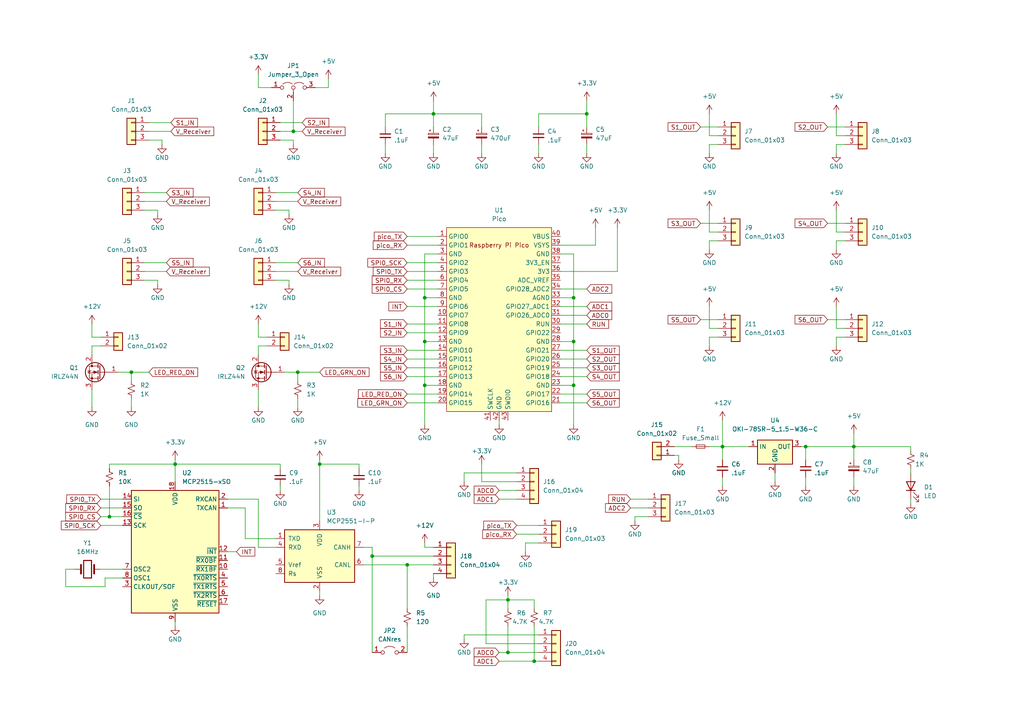
<source format=kicad_sch>
(kicad_sch (version 20211123) (generator eeschema)
  (paper "A4")
  (title_block (title "RP2040 Pico Kingfisher 2023") (date "2023-06-21") (rev "1.0") (company "USNA WRC") (comment 1 "J. Bradshaw"))
  (lib_symbols
    (symbol "Connector_Generic:Conn_01x02" (pin_names (offset 1.016) hide)
      (property "Reference" "J" (at 0 2.54 0))
      (property "Value" "Conn_01x02" (at 0 -5.08 0))
      (symbol "Conn_01x02_1_1"
        (pin passive line (at -5.08 0 0) (length 3.81) (name "Pin_1") (number "1"))
        (pin passive line (at -5.08 -2.54 0) (length 3.81) (name "Pin_2") (number "2"))
      )
    )
    (symbol "Connector_Generic:Conn_01x03" (pin_names (offset 1.016) hide)
      (property "Reference" "J" (at 0 5.08 0))
      (property "Value" "Conn_01x03" (at 0 -5.08 0))
      (symbol "Conn_01x03_1_1"
        (pin passive line (at -5.08 2.54 0) (length 3.81) (name "Pin_1") (number "1"))
        (pin passive line (at -5.08 0 0) (length 3.81) (name "Pin_2") (number "2"))
        (pin passive line (at -5.08 -2.54 0) (length 3.81) (name "Pin_3") (number "3"))
      )
    )
    (symbol "Connector_Generic:Conn_01x04" (pin_names (offset 1.016) hide)
      (property "Reference" "J" (at 0 5.08 0))
      (property "Value" "Conn_01x04" (at 0 -7.62 0))
      (symbol "Conn_01x04_1_1"
        (pin passive line (at -5.08 2.54 0) (length 3.81) (name "Pin_1") (number "1"))
        (pin passive line (at -5.08 0 0) (length 3.81) (name "Pin_2") (number "2"))
        (pin passive line (at -5.08 -2.54 0) (length 3.81) (name "Pin_3") (number "3"))
        (pin passive line (at -5.08 -5.08 0) (length 3.81) (name "Pin_4") (number "4"))
      )
    )
    (symbol "Converter_DCDC:OKI-78SR-5_1.5-W36-C"
      (property "Reference" "U" (at -3.81 3.175 0))
      (property "Value" "OKI-78SR-5_1.5-W36-C" (at 0 3.175 0))
      (symbol "OKI-78SR-5_1.5-W36-C_1_1"
        (pin power_in line (at -7.62 0 0) (length 2.54) (name "IN") (number "1"))
        (pin power_in line (at 0 -7.62 90) (length 2.54) (name "GND") (number "2"))
        (pin power_out line (at 7.62 0 180) (length 2.54) (name "OUT") (number "3"))
      )
    )
    (symbol "Device:C_Polarized_Small" (pin_numbers hide) (pin_names (offset 0.254) hide)
      (property "Reference" "C" (at 0.254 1.778 0))
      (property "Value" "C_Polarized_Small" (at 0.254 -2.032 0))
      (symbol "C_Polarized_Small_1_1"
        (pin passive line (at 0 2.54 270) (length 1.8542) (name "~") (number "1"))
        (pin passive line (at 0 -2.54 90) (length 1.8542) (name "~") (number "2"))
      )
    )
    (symbol "Device:C_Small" (pin_numbers hide) (pin_names (offset 0.254) hide)
      (property "Reference" "C" (at 0.254 1.778 0))
      (property "Value" "C_Small" (at 0.254 -2.032 0))
      (symbol "C_Small_1_1"
        (pin passive line (at 0 2.54 270) (length 2.032) (name "~") (number "1"))
        (pin passive line (at 0 -2.54 90) (length 2.032) (name "~") (number "2"))
      )
    )
    (symbol "Device:Crystal" (pin_numbers hide) (pin_names (offset 1.016) hide)
      (property "Reference" "Y" (at 0 3.81 0))
      (property "Value" "Crystal" (at 0 -3.81 0))
      (symbol "Crystal_1_1"
        (pin passive line (at -3.81 0 0) (length 1.27) (name "1") (number "1"))
        (pin passive line (at 3.81 0 180) (length 1.27) (name "2") (number "2"))
      )
    )
    (symbol "Device:Fuse_Small" (pin_numbers hide) (pin_names (offset 0.254) hide)
      (property "Reference" "F" (at 0 -1.524 0))
      (property "Value" "Fuse_Small" (at 0 1.524 0))
      (symbol "Fuse_Small_1_1"
        (pin passive line (at -2.54 0 0) (length 1.27) (name "~") (number "1"))
        (pin passive line (at 2.54 0 180) (length 1.27) (name "~") (number "2"))
      )
    )
    (symbol "Device:LED" (pin_numbers hide) (pin_names (offset 1.016) hide)
      (property "Reference" "D" (at 0 2.54 0))
      (property "Value" "LED" (at 0 -2.54 0))
      (symbol "LED_1_1"
        (pin passive line (at -3.81 0 0) (length 2.54) (name "K") (number "1"))
        (pin passive line (at 3.81 0 180) (length 2.54) (name "A") (number "2"))
      )
    )
    (symbol "Device:R_Small_US" (pin_numbers hide) (pin_names (offset 0.254) hide)
      (property "Reference" "R" (at 0.762 0.508 0))
      (property "Value" "R_Small_US" (at 0.762 -1.016 0))
      (symbol "R_Small_US_1_1"
        (pin passive line (at 0 2.54 270) (length 1.016) (name "~") (number "1"))
        (pin passive line (at 0 -2.54 90) (length 1.016) (name "~") (number "2"))
      )
    )
    (symbol "Interface_CAN_LIN:MCP2515-xSO"
      (property "Reference" "U" (at -10.16 19.685 0))
      (property "Value" "MCP2515-xSO" (at 19.05 20.32 0))
      (symbol "MCP2515-xSO_1_1"
        (pin output line (at 15.24 12.7 180) (length 2.54) (name "TXCAN") (number "1"))
        (pin output line (at 15.24 -5.08 180) (length 2.54) (name "~{RX1BF}") (number "10"))
        (pin output line (at 15.24 -2.54 180) (length 2.54) (name "~{RX0BF}") (number "11"))
        (pin output line (at 15.24 0 180) (length 2.54) (name "~{INT}") (number "12"))
        (pin input line (at -15.24 7.62 0) (length 2.54) (name "SCK") (number "13"))
        (pin input line (at -15.24 15.24 0) (length 2.54) (name "SI") (number "14"))
        (pin output line (at -15.24 12.7 0) (length 2.54) (name "SO") (number "15"))
        (pin input line (at -15.24 10.16 0) (length 2.54) (name "~{CS}") (number "16"))
        (pin input line (at 15.24 -15.24 180) (length 2.54) (name "~{RESET}") (number "17"))
        (pin power_in line (at 0 20.32 270) (length 2.54) (name "VDD") (number "18"))
        (pin input line (at 15.24 15.24 180) (length 2.54) (name "RXCAN") (number "2"))
        (pin output line (at -15.24 -10.16 0) (length 2.54) (name "CLKOUT/SOF") (number "3"))
        (pin input line (at 15.24 -7.62 180) (length 2.54) (name "~{TX0RTS}") (number "4"))
        (pin input line (at 15.24 -10.16 180) (length 2.54) (name "~{TX1RTS}") (number "5"))
        (pin input line (at 15.24 -12.7 180) (length 2.54) (name "~{TX2RTS}") (number "6"))
        (pin output line (at -15.24 -5.08 0) (length 2.54) (name "OSC2") (number "7"))
        (pin input line (at -15.24 -7.62 0) (length 2.54) (name "OSC1") (number "8"))
        (pin power_in line (at 0 -20.32 90) (length 2.54) (name "VSS") (number "9"))
      )
    )
    (symbol "Interface_CAN_LIN:MCP2551-I-P" (pin_names (offset 1.016))
      (property "Reference" "U" (at -10.16 8.89 0))
      (property "Value" "MCP2551-I-P" (at 2.54 8.89 0))
      (symbol "MCP2551-I-P_1_1"
        (pin input line (at -12.7 5.08 0) (length 2.54) (name "TXD") (number "1"))
        (pin power_in line (at 0 -10.16 90) (length 2.54) (name "VSS") (number "2"))
        (pin power_in line (at 0 10.16 270) (length 2.54) (name "VDD") (number "3"))
        (pin output line (at -12.7 2.54 0) (length 2.54) (name "RXD") (number "4"))
        (pin power_out line (at -12.7 -2.54 0) (length 2.54) (name "Vref") (number "5"))
        (pin bidirectional line (at 12.7 -2.54 180) (length 2.54) (name "CANL") (number "6"))
        (pin bidirectional line (at 12.7 2.54 180) (length 2.54) (name "CANH") (number "7"))
        (pin input line (at -12.7 -5.08 0) (length 2.54) (name "Rs") (number "8"))
      )
    )
    (symbol "Jumper:Jumper_2_Open" (pin_names (offset 0) hide)
      (property "Reference" "JP" (at 0 2.794 0))
      (property "Value" "Jumper_2_Open" (at 0 -2.286 0))
      (symbol "Jumper_2_Open_1_1"
        (pin passive line (at -5.08 0 0) (length 2.54) (name "A") (number "1"))
        (pin passive line (at 5.08 0 180) (length 2.54) (name "B") (number "2"))
      )
    )
    (symbol "Jumper:Jumper_3_Open" (pin_names (offset 0) hide)
      (property "Reference" "JP" (at -2.54 -2.54 0))
      (property "Value" "Jumper_3_Open" (at 0 2.794 0))
      (symbol "Jumper_3_Open_1_1"
        (pin passive line (at -6.35 0 0) (length 2.54) (name "A") (number "1"))
        (pin passive line (at 0 -3.81 90) (length 2.54) (name "C") (number "2"))
        (pin passive line (at 6.35 0 180) (length 2.54) (name "B") (number "3"))
      )
    )
    (symbol "MCU_RaspberryPi_and_Boards:Pico"
      (property "Reference" "U" (at -13.97 27.94 0))
      (property "Value" "Pico" (at 0 19.05 0))
      (symbol "Pico_0_0"
        (text "Raspberry Pi Pico" (at 0 21.59 0) (effects (font (size 1.27 1.27))))
      )
      (symbol "Pico_1_1"
        (pin bidirectional line (at -17.78 24.13 0) (length 2.54) (name "GPIO0") (number "1"))
        (pin bidirectional line (at -17.78 1.27 0) (length 2.54) (name "GPIO7") (number "10"))
        (pin bidirectional line (at -17.78 -1.27 0) (length 2.54) (name "GPIO8") (number "11"))
        (pin bidirectional line (at -17.78 -3.81 0) (length 2.54) (name "GPIO9") (number "12"))
        (pin power_in line (at -17.78 -6.35 0) (length 2.54) (name "GND") (number "13"))
        (pin bidirectional line (at -17.78 -8.89 0) (length 2.54) (name "GPIO10") (number "14"))
        (pin bidirectional line (at -17.78 -11.43 0) (length 2.54) (name "GPIO11") (number "15"))
        (pin bidirectional line (at -17.78 -13.97 0) (length 2.54) (name "GPIO12") (number "16"))
        (pin bidirectional line (at -17.78 -16.51 0) (length 2.54) (name "GPIO13") (number "17"))
        (pin power_in line (at -17.78 -19.05 0) (length 2.54) (name "GND") (number "18"))
        (pin bidirectional line (at -17.78 -21.59 0) (length 2.54) (name "GPIO14") (number "19"))
        (pin bidirectional line (at -17.78 21.59 0) (length 2.54) (name "GPIO1") (number "2"))
        (pin bidirectional line (at -17.78 -24.13 0) (length 2.54) (name "GPIO15") (number "20"))
        (pin bidirectional line (at 17.78 -24.13 180) (length 2.54) (name "GPIO16") (number "21"))
        (pin bidirectional line (at 17.78 -21.59 180) (length 2.54) (name "GPIO17") (number "22"))
        (pin power_in line (at 17.78 -19.05 180) (length 2.54) (name "GND") (number "23"))
        (pin bidirectional line (at 17.78 -16.51 180) (length 2.54) (name "GPIO18") (number "24"))
        (pin bidirectional line (at 17.78 -13.97 180) (length 2.54) (name "GPIO19") (number "25"))
        (pin bidirectional line (at 17.78 -11.43 180) (length 2.54) (name "GPIO20") (number "26"))
        (pin bidirectional line (at 17.78 -8.89 180) (length 2.54) (name "GPIO21") (number "27"))
        (pin power_in line (at 17.78 -6.35 180) (length 2.54) (name "GND") (number "28"))
        (pin bidirectional line (at 17.78 -3.81 180) (length 2.54) (name "GPIO22") (number "29"))
        (pin power_in line (at -17.78 19.05 0) (length 2.54) (name "GND") (number "3"))
        (pin input line (at 17.78 -1.27 180) (length 2.54) (name "RUN") (number "30"))
        (pin bidirectional line (at 17.78 1.27 180) (length 2.54) (name "GPIO26_ADC0") (number "31"))
        (pin bidirectional line (at 17.78 3.81 180) (length 2.54) (name "GPIO27_ADC1") (number "32"))
        (pin power_in line (at 17.78 6.35 180) (length 2.54) (name "AGND") (number "33"))
        (pin bidirectional line (at 17.78 8.89 180) (length 2.54) (name "GPIO28_ADC2") (number "34"))
        (pin power_in line (at 17.78 11.43 180) (length 2.54) (name "ADC_VREF") (number "35"))
        (pin power_in line (at 17.78 13.97 180) (length 2.54) (name "3V3") (number "36"))
        (pin input line (at 17.78 16.51 180) (length 2.54) (name "3V3_EN") (number "37"))
        (pin bidirectional line (at 17.78 19.05 180) (length 2.54) (name "GND") (number "38"))
        (pin power_in line (at 17.78 21.59 180) (length 2.54) (name "VSYS") (number "39"))
        (pin bidirectional line (at -17.78 16.51 0) (length 2.54) (name "GPIO2") (number "4"))
        (pin power_in line (at 17.78 24.13 180) (length 2.54) (name "VBUS") (number "40"))
        (pin input line (at -2.54 -29.21 90) (length 2.54) (name "SWCLK") (number "41"))
        (pin power_in line (at 0 -29.21 90) (length 2.54) (name "GND") (number "42"))
        (pin bidirectional line (at 2.54 -29.21 90) (length 2.54) (name "SWDIO") (number "43"))
        (pin bidirectional line (at -17.78 13.97 0) (length 2.54) (name "GPIO3") (number "5"))
        (pin bidirectional line (at -17.78 11.43 0) (length 2.54) (name "GPIO4") (number "6"))
        (pin bidirectional line (at -17.78 8.89 0) (length 2.54) (name "GPIO5") (number "7"))
        (pin power_in line (at -17.78 6.35 0) (length 2.54) (name "GND") (number "8"))
        (pin bidirectional line (at -17.78 3.81 0) (length 2.54) (name "GPIO6") (number "9"))
      )
    )
    (symbol "Transistor_FET:IRLZ44N" (pin_names hide)
      (property "Reference" "Q" (at 6.35 1.905 0))
      (property "Value" "IRLZ44N" (at 6.35 0 0))
      (symbol "IRLZ44N_1_1"
        (pin input line (at -5.08 0 0) (length 2.54) (name "G") (number "1"))
        (pin passive line (at 2.54 5.08 270) (length 2.54) (name "D") (number "2"))
        (pin passive line (at 2.54 -5.08 90) (length 2.54) (name "S") (number "3"))
      )
    )
    (symbol "power:+12V" (power) (pin_names (offset 0))
      (property "Value" "+12V" (at 0 3.556 0))
      (symbol "+12V_1_1"
        (pin power_in line (at 0 0 90) (length 0) hide (name "+12V") (number "1"))
      )
    )
    (symbol "power:+3.3V" (power) (pin_names (offset 0))
      (property "Value" "+3.3V" (at 0 3.556 0))
      (symbol "+3.3V_1_1"
        (pin power_in line (at 0 0 90) (length 0) hide (name "+3.3V") (number "1"))
      )
    )
    (symbol "power:+5V" (power) (pin_names (offset 0))
      (property "Value" "+5V" (at 0 3.556 0))
      (symbol "+5V_1_1"
        (pin power_in line (at 0 0 90) (length 0) hide (name "+5V") (number "1"))
      )
    )
    (symbol "power:GND" (power) (pin_names (offset 0))
      (property "Value" "GND" (at 0 -3.81 0))
      (symbol "GND_1_1"
        (pin power_in line (at 0 0 270) (length 0) hide (name "GND") (number "1"))
      )
    )
  )
  (junction (at 85.09 38.1))
  (junction (at 147.32 173.99))
  (junction (at 125.73 33.02))
  (junction (at 107.95 161.29))
  (junction (at 123.19 99.06))
  (junction (at 166.37 99.06))
  (junction (at 147.32 189.23))
  (junction (at 86.36 107.95))
  (junction (at 31.75 149.86))
  (junction (at 247.65 129.54))
  (junction (at 123.19 111.76))
  (junction (at 50.8 134.62))
  (junction (at 166.37 86.36))
  (junction (at 170.18 33.02))
  (junction (at 233.68 129.54))
  (junction (at 166.37 111.76))
  (junction (at 118.11 163.83))
  (junction (at 123.19 86.36))
  (junction (at 38.1 107.95))
  (junction (at 209.55 129.54))
  (junction (at 154.94 191.77))
  (junction (at 92.71 134.62))
  (wire (pts (xy 162.56 106.68) (xy 170.18 106.68)))
  (wire (pts (xy 118.11 109.22) (xy 127 109.22)))
  (wire (pts (xy 118.11 163.83) (xy 118.11 176.53)))
  (wire (pts (xy 195.58 129.54) (xy 200.66 129.54)))
  (wire (pts (xy 247.65 125.73) (xy 247.65 129.54)))
  (wire (pts (xy 26.67 100.33) (xy 26.67 102.87)))
  (wire (pts (xy 170.18 33.02) (xy 170.18 36.83)))
  (wire (pts (xy 154.94 191.77) (xy 156.21 191.77)))
  (wire (pts (xy 170.18 29.21) (xy 170.18 33.02)))
  (wire (pts (xy 264.16 129.54) (xy 264.16 130.81)))
  (wire (pts (xy 166.37 73.66) (xy 166.37 86.36)))
  (wire (pts (xy 147.32 172.72) (xy 147.32 173.99)))
  (wire (pts (xy 242.57 88.9) (xy 242.57 95.25)))
  (wire (pts (xy 147.32 173.99) (xy 140.97 173.99)))
  (wire (pts (xy 144.78 144.78) (xy 149.86 144.78)))
  (wire (pts (xy 123.19 158.75) (xy 125.73 158.75)))
  (wire (pts (xy 85.09 38.1) (xy 85.09 29.21)))
  (wire (pts (xy 179.07 78.74) (xy 179.07 66.04)))
  (wire (pts (xy 74.93 100.33) (xy 74.93 102.87)))
  (wire (pts (xy 205.74 69.85) (xy 205.74 72.39)))
  (wire (pts (xy 123.19 111.76) (xy 127 111.76)))
  (wire (pts (xy 118.11 68.58) (xy 127 68.58)))
  (wire (pts (xy 205.74 88.9) (xy 205.74 95.25)))
  (wire (pts (xy 29.21 144.78) (xy 35.56 144.78)))
  (wire (pts (xy 86.36 115.57) (xy 86.36 118.11)))
  (wire (pts (xy 95.25 25.4) (xy 95.25 22.86)))
  (wire (pts (xy 166.37 111.76) (xy 166.37 123.19)))
  (wire (pts (xy 118.11 116.84) (xy 127 116.84)))
  (wire (pts (xy 154.94 181.61) (xy 154.94 191.77)))
  (wire (pts (xy 81.28 142.24) (xy 81.28 140.97)))
  (wire (pts (xy 92.71 133.35) (xy 92.71 134.62)))
  (wire (pts (xy 107.95 158.75) (xy 107.95 161.29)))
  (wire (pts (xy 240.03 92.71) (xy 245.11 92.71)))
  (wire (pts (xy 83.82 60.96) (xy 80.01 60.96)))
  (wire (pts (xy 147.32 189.23) (xy 156.21 189.23)))
  (wire (pts (xy 247.65 129.54) (xy 264.16 129.54)))
  (wire (pts (xy 74.93 93.98) (xy 74.93 97.79)))
  (wire (pts (xy 209.55 121.92) (xy 209.55 129.54)))
  (wire (pts (xy 162.56 71.12) (xy 172.72 71.12)))
  (wire (pts (xy 85.09 41.91) (xy 85.09 40.64)))
  (wire (pts (xy 245.11 97.79) (xy 242.57 97.79)))
  (wire (pts (xy 66.04 160.02) (xy 68.58 160.02)))
  (wire (pts (xy 123.19 86.36) (xy 123.19 99.06)))
  (wire (pts (xy 245.11 41.91) (xy 242.57 41.91)))
  (wire (pts (xy 83.82 62.23) (xy 83.82 60.96)))
  (wire (pts (xy 125.73 29.21) (xy 125.73 33.02)))
  (wire (pts (xy 203.2 36.83) (xy 208.28 36.83)))
  (wire (pts (xy 80.01 58.42) (xy 86.36 58.42)))
  (wire (pts (xy 242.57 41.91) (xy 242.57 44.45)))
  (wire (pts (xy 147.32 173.99) (xy 147.32 176.53)))
  (wire (pts (xy 245.11 69.85) (xy 242.57 69.85)))
  (wire (pts (xy 233.68 129.54) (xy 233.68 133.35)))
  (wire (pts (xy 209.55 129.54) (xy 217.17 129.54)))
  (wire (pts (xy 38.1 107.95) (xy 38.1 110.49)))
  (wire (pts (xy 166.37 99.06) (xy 166.37 111.76)))
  (wire (pts (xy 74.93 97.79) (xy 77.47 97.79)))
  (wire (pts (xy 140.97 173.99) (xy 140.97 186.69)))
  (wire (pts (xy 149.86 152.4) (xy 156.21 152.4)))
  (wire (pts (xy 156.21 33.02) (xy 170.18 33.02)))
  (wire (pts (xy 71.12 147.32) (xy 71.12 156.21)))
  (wire (pts (xy 127 86.36) (xy 123.19 86.36)))
  (wire (pts (xy 240.03 64.77) (xy 245.11 64.77)))
  (wire (pts (xy 86.36 107.95) (xy 86.36 110.49)))
  (wire (pts (xy 209.55 138.43) (xy 209.55 140.97)))
  (wire (pts (xy 242.57 67.31) (xy 245.11 67.31)))
  (wire (pts (xy 125.73 33.02) (xy 125.73 36.83)))
  (wire (pts (xy 74.93 113.03) (xy 74.93 118.11)))
  (wire (pts (xy 123.19 99.06) (xy 123.19 111.76)))
  (wire (pts (xy 66.04 147.32) (xy 71.12 147.32)))
  (wire (pts (xy 50.8 180.34) (xy 50.8 181.61)))
  (wire (pts (xy 31.75 149.86) (xy 35.56 149.86)))
  (wire (pts (xy 82.55 107.95) (xy 86.36 107.95)))
  (wire (pts (xy 144.78 142.24) (xy 149.86 142.24)))
  (wire (pts (xy 81.28 135.89) (xy 81.28 134.62)))
  (wire (pts (xy 85.09 40.64) (xy 81.28 40.64)))
  (wire (pts (xy 184.15 151.13) (xy 184.15 149.86)))
  (wire (pts (xy 123.19 157.48) (xy 123.19 158.75)))
  (wire (pts (xy 71.12 156.21) (xy 80.01 156.21)))
  (wire (pts (xy 242.57 33.02) (xy 242.57 39.37)))
  (wire (pts (xy 162.56 73.66) (xy 166.37 73.66)))
  (wire (pts (xy 118.11 114.3) (xy 127 114.3)))
  (wire (pts (xy 111.76 33.02) (xy 111.76 36.83)))
  (wire (pts (xy 74.93 25.4) (xy 78.74 25.4)))
  (wire (pts (xy 162.56 111.76) (xy 166.37 111.76)))
  (wire (pts (xy 43.18 38.1) (xy 49.53 38.1)))
  (wire (pts (xy 111.76 41.91) (xy 111.76 44.45)))
  (wire (pts (xy 205.74 67.31) (xy 208.28 67.31)))
  (wire (pts (xy 30.48 170.18) (xy 30.48 167.64)))
  (wire (pts (xy 41.91 58.42) (xy 48.26 58.42)))
  (wire (pts (xy 233.68 138.43) (xy 233.68 140.97)))
  (wire (pts (xy 29.21 100.33) (xy 26.67 100.33)))
  (wire (pts (xy 45.72 81.28) (xy 41.91 81.28)))
  (wire (pts (xy 127 73.66) (xy 123.19 73.66)))
  (wire (pts (xy 242.57 60.96) (xy 242.57 67.31)))
  (wire (pts (xy 182.88 144.78) (xy 187.96 144.78)))
  (wire (pts (xy 170.18 41.91) (xy 170.18 44.45)))
  (wire (pts (xy 29.21 147.32) (xy 35.56 147.32)))
  (wire (pts (xy 140.97 186.69) (xy 156.21 186.69)))
  (wire (pts (xy 149.86 154.94) (xy 156.21 154.94)))
  (wire (pts (xy 242.57 97.79) (xy 242.57 100.33)))
  (wire (pts (xy 162.56 114.3) (xy 170.18 114.3)))
  (wire (pts (xy 43.18 35.56) (xy 49.53 35.56)))
  (wire (pts (xy 205.74 41.91) (xy 205.74 44.45)))
  (wire (pts (xy 123.19 99.06) (xy 127 99.06)))
  (wire (pts (xy 172.72 71.12) (xy 172.72 66.04)))
  (wire (pts (xy 123.19 73.66) (xy 123.19 86.36)))
  (wire (pts (xy 208.28 97.79) (xy 205.74 97.79)))
  (wire (pts (xy 242.57 95.25) (xy 245.11 95.25)))
  (wire (pts (xy 30.48 167.64) (xy 35.56 167.64)))
  (wire (pts (xy 118.11 88.9) (xy 127 88.9)))
  (wire (pts (xy 123.19 111.76) (xy 123.19 123.19)))
  (wire (pts (xy 81.28 35.56) (xy 87.63 35.56)))
  (wire (pts (xy 31.75 135.89) (xy 31.75 134.62)))
  (wire (pts (xy 242.57 39.37) (xy 245.11 39.37)))
  (wire (pts (xy 152.4 157.48) (xy 152.4 160.02)))
  (wire (pts (xy 162.56 109.22) (xy 170.18 109.22)))
  (wire (pts (xy 38.1 107.95) (xy 43.18 107.95)))
  (wire (pts (xy 156.21 33.02) (xy 156.21 36.83)))
  (wire (pts (xy 240.03 36.83) (xy 245.11 36.83)))
  (wire (pts (xy 41.91 76.2) (xy 48.26 76.2)))
  (wire (pts (xy 205.74 95.25) (xy 208.28 95.25)))
  (wire (pts (xy 125.73 166.37) (xy 125.73 167.64)))
  (wire (pts (xy 232.41 129.54) (xy 233.68 129.54)))
  (wire (pts (xy 118.11 101.6) (xy 127 101.6)))
  (wire (pts (xy 195.58 132.08) (xy 196.85 132.08)))
  (wire (pts (xy 209.55 129.54) (xy 209.55 133.35)))
  (wire (pts (xy 118.11 71.12) (xy 127 71.12)))
  (wire (pts (xy 92.71 134.62) (xy 92.71 151.13)))
  (wire (pts (xy 77.47 100.33) (xy 74.93 100.33)))
  (wire (pts (xy 29.21 165.1) (xy 35.56 165.1)))
  (wire (pts (xy 162.56 101.6) (xy 170.18 101.6)))
  (wire (pts (xy 41.91 55.88) (xy 48.26 55.88)))
  (wire (pts (xy 45.72 82.55) (xy 45.72 81.28)))
  (wire (pts (xy 81.28 38.1) (xy 85.09 38.1)))
  (wire (pts (xy 166.37 86.36) (xy 166.37 99.06)))
  (wire (pts (xy 162.56 88.9) (xy 170.18 88.9)))
  (wire (pts (xy 139.7 139.7) (xy 149.86 139.7)))
  (wire (pts (xy 242.57 69.85) (xy 242.57 72.39)))
  (wire (pts (xy 203.2 92.71) (xy 208.28 92.71)))
  (wire (pts (xy 91.44 25.4) (xy 95.25 25.4)))
  (wire (pts (xy 80.01 78.74) (xy 86.36 78.74)))
  (wire (pts (xy 134.62 139.7) (xy 134.62 137.16)))
  (wire (pts (xy 118.11 163.83) (xy 125.73 163.83)))
  (wire (pts (xy 247.65 129.54) (xy 247.65 133.35)))
  (wire (pts (xy 74.93 21.59) (xy 74.93 25.4)))
  (wire (pts (xy 144.78 189.23) (xy 147.32 189.23)))
  (wire (pts (xy 205.74 129.54) (xy 209.55 129.54)))
  (wire (pts (xy 162.56 104.14) (xy 170.18 104.14)))
  (wire (pts (xy 29.21 152.4) (xy 35.56 152.4)))
  (wire (pts (xy 86.36 107.95) (xy 92.71 107.95)))
  (wire (pts (xy 156.21 157.48) (xy 152.4 157.48)))
  (wire (pts (xy 107.95 158.75) (xy 105.41 158.75)))
  (wire (pts (xy 38.1 115.57) (xy 38.1 118.11)))
  (wire (pts (xy 162.56 93.98) (xy 170.18 93.98)))
  (wire (pts (xy 81.28 134.62) (xy 50.8 134.62)))
  (wire (pts (xy 19.05 165.1) (xy 19.05 170.18)))
  (wire (pts (xy 233.68 129.54) (xy 247.65 129.54)))
  (wire (pts (xy 144.78 191.77) (xy 154.94 191.77)))
  (wire (pts (xy 139.7 36.83) (xy 139.7 33.02)))
  (wire (pts (xy 46.99 40.64) (xy 43.18 40.64)))
  (wire (pts (xy 118.11 83.82) (xy 127 83.82)))
  (wire (pts (xy 41.91 78.74) (xy 48.26 78.74)))
  (wire (pts (xy 184.15 149.86) (xy 187.96 149.86)))
  (wire (pts (xy 31.75 134.62) (xy 50.8 134.62)))
  (wire (pts (xy 139.7 33.02) (xy 125.73 33.02)))
  (wire (pts (xy 74.93 158.75) (xy 80.01 158.75)))
  (wire (pts (xy 34.29 107.95) (xy 38.1 107.95)))
  (wire (pts (xy 50.8 134.62) (xy 50.8 139.7)))
  (wire (pts (xy 45.72 62.23) (xy 45.72 60.96)))
  (wire (pts (xy 45.72 60.96) (xy 41.91 60.96)))
  (wire (pts (xy 85.09 38.1) (xy 87.63 38.1)))
  (wire (pts (xy 26.67 93.98) (xy 26.67 97.79)))
  (wire (pts (xy 205.74 60.96) (xy 205.74 67.31)))
  (wire (pts (xy 156.21 41.91) (xy 156.21 44.45)))
  (wire (pts (xy 105.41 163.83) (xy 118.11 163.83)))
  (wire (pts (xy 208.28 41.91) (xy 205.74 41.91)))
  (wire (pts (xy 46.99 41.91) (xy 46.99 40.64)))
  (wire (pts (xy 26.67 97.79) (xy 29.21 97.79)))
  (wire (pts (xy 118.11 78.74) (xy 127 78.74)))
  (wire (pts (xy 205.74 97.79) (xy 205.74 100.33)))
  (wire (pts (xy 118.11 104.14) (xy 127 104.14)))
  (wire (pts (xy 139.7 41.91) (xy 139.7 44.45)))
  (wire (pts (xy 134.62 184.15) (xy 156.21 184.15)))
  (wire (pts (xy 104.14 135.89) (xy 104.14 134.62)))
  (wire (pts (xy 162.56 91.44) (xy 170.18 91.44)))
  (wire (pts (xy 264.16 144.78) (xy 264.16 146.05)))
  (wire (pts (xy 83.82 82.55) (xy 83.82 81.28)))
  (wire (pts (xy 134.62 185.42) (xy 134.62 184.15)))
  (wire (pts (xy 264.16 135.89) (xy 264.16 137.16)))
  (wire (pts (xy 134.62 137.16) (xy 149.86 137.16)))
  (wire (pts (xy 107.95 161.29) (xy 107.95 189.23)))
  (wire (pts (xy 224.79 137.16) (xy 224.79 139.7)))
  (wire (pts (xy 50.8 133.35) (xy 50.8 134.62)))
  (wire (pts (xy 162.56 78.74) (xy 179.07 78.74)))
  (wire (pts (xy 29.21 149.86) (xy 31.75 149.86)))
  (wire (pts (xy 80.01 55.88) (xy 86.36 55.88)))
  (wire (pts (xy 247.65 138.43) (xy 247.65 140.97)))
  (wire (pts (xy 182.88 147.32) (xy 187.96 147.32)))
  (wire (pts (xy 83.82 81.28) (xy 80.01 81.28)))
  (wire (pts (xy 104.14 134.62) (xy 92.71 134.62)))
  (wire (pts (xy 144.78 121.92) (xy 144.78 123.19)))
  (wire (pts (xy 139.7 134.62) (xy 139.7 139.7)))
  (wire (pts (xy 154.94 173.99) (xy 147.32 173.99)))
  (wire (pts (xy 118.11 93.98) (xy 127 93.98)))
  (wire (pts (xy 104.14 140.97) (xy 104.14 142.24)))
  (wire (pts (xy 21.59 165.1) (xy 19.05 165.1)))
  (wire (pts (xy 74.93 144.78) (xy 74.93 158.75)))
  (wire (pts (xy 31.75 140.97) (xy 31.75 149.86)))
  (wire (pts (xy 162.56 99.06) (xy 166.37 99.06)))
  (wire (pts (xy 118.11 96.52) (xy 127 96.52)))
  (wire (pts (xy 205.74 39.37) (xy 208.28 39.37)))
  (wire (pts (xy 66.04 144.78) (xy 74.93 144.78)))
  (wire (pts (xy 107.95 161.29) (xy 125.73 161.29)))
  (wire (pts (xy 205.74 33.02) (xy 205.74 39.37)))
  (wire (pts (xy 125.73 41.91) (xy 125.73 44.45)))
  (wire (pts (xy 162.56 83.82) (xy 170.18 83.82)))
  (wire (pts (xy 80.01 76.2) (xy 86.36 76.2)))
  (wire (pts (xy 118.11 106.68) (xy 127 106.68)))
  (wire (pts (xy 118.11 76.2) (xy 127 76.2)))
  (wire (pts (xy 118.11 181.61) (xy 118.11 189.23)))
  (wire (pts (xy 162.56 86.36) (xy 166.37 86.36)))
  (wire (pts (xy 111.76 33.02) (xy 125.73 33.02)))
  (wire (pts (xy 92.71 171.45) (xy 92.71 172.72)))
  (wire (pts (xy 118.11 81.28) (xy 127 81.28)))
  (wire (pts (xy 196.85 132.08) (xy 196.85 133.35)))
  (wire (pts (xy 19.05 170.18) (xy 30.48 170.18)))
  (wire (pts (xy 147.32 181.61) (xy 147.32 189.23)))
  (wire (pts (xy 26.67 113.03) (xy 26.67 118.11)))
  (wire (pts (xy 162.56 116.84) (xy 170.18 116.84)))
  (wire (pts (xy 203.2 64.77) (xy 208.28 64.77)))
  (wire (pts (xy 208.28 69.85) (xy 205.74 69.85)))
  (wire (pts (xy 154.94 176.53) (xy 154.94 173.99)))
  (global_label "S4_OUT" (shape input) (at 240.03 64.77 180) (property "Intersheet References" "${INTERSHEET_REFS}" (effects hide)))
  (global_label "V_Receiver" (shape input) (at 48.26 78.74 0) (property "Intersheet References" "${INTERSHEET_REFS}" (effects hide)))
  (global_label "S2_IN" (shape input) (at 87.63 35.56 0) (property "Intersheet References" "${INTERSHEET_REFS}" (effects hide)))
  (global_label "S1_OUT" (shape input) (at 203.2 36.83 180) (property "Intersheet References" "${INTERSHEET_REFS}" (effects hide)))
  (global_label "S3_OUT" (shape input) (at 203.2 64.77 180) (property "Intersheet References" "${INTERSHEET_REFS}" (effects hide)))
  (global_label "LED_RED_ON" (shape input) (at 43.18 107.95 0) (property "Intersheet References" "${INTERSHEET_REFS}" (effects hide)))
  (global_label "ADC0" (shape input) (at 144.78 142.24 180) (property "Intersheet References" "${INTERSHEET_REFS}" (effects hide)))
  (global_label "INT" (shape input) (at 118.11 88.9 180) (property "Intersheet References" "${INTERSHEET_REFS}" (effects hide)))
  (global_label "V_Receiver" (shape input) (at 86.36 78.74 0) (property "Intersheet References" "${INTERSHEET_REFS}" (effects hide)))
  (global_label "S6_IN" (shape input) (at 86.36 76.2 0) (property "Intersheet References" "${INTERSHEET_REFS}" (effects hide)))
  (global_label "RUN" (shape input) (at 182.88 144.78 180) (property "Intersheet References" "${INTERSHEET_REFS}" (effects hide)))
  (global_label "SPI0_RX" (shape input) (at 118.11 81.28 180) (property "Intersheet References" "${INTERSHEET_REFS}" (effects hide)))
  (global_label "V_Receiver" (shape input) (at 86.36 58.42 0) (property "Intersheet References" "${INTERSHEET_REFS}" (effects hide)))
  (global_label "SPI0_CS" (shape input) (at 29.21 149.86 180) (property "Intersheet References" "${INTERSHEET_REFS}" (effects hide)))
  (global_label "S5_IN" (shape input) (at 118.11 106.68 180) (property "Intersheet References" "${INTERSHEET_REFS}" (effects hide)))
  (global_label "S6_IN" (shape input) (at 118.11 109.22 180) (property "Intersheet References" "${INTERSHEET_REFS}" (effects hide)))
  (global_label "ADC0" (shape input) (at 170.18 91.44 0) (property "Intersheet References" "${INTERSHEET_REFS}" (effects hide)))
  (global_label "V_Receiver" (shape input) (at 87.63 38.1 0) (property "Intersheet References" "${INTERSHEET_REFS}" (effects hide)))
  (global_label "S4_IN" (shape input) (at 86.36 55.88 0) (property "Intersheet References" "${INTERSHEET_REFS}" (effects hide)))
  (global_label "S3_IN" (shape input) (at 48.26 55.88 0) (property "Intersheet References" "${INTERSHEET_REFS}" (effects hide)))
  (global_label "V_Receiver" (shape input) (at 48.26 58.42 0) (property "Intersheet References" "${INTERSHEET_REFS}" (effects hide)))
  (global_label "ADC0" (shape input) (at 144.78 189.23 180) (property "Intersheet References" "${INTERSHEET_REFS}" (effects hide)))
  (global_label "S2_OUT" (shape input) (at 240.03 36.83 180) (property "Intersheet References" "${INTERSHEET_REFS}" (effects hide)))
  (global_label "S5_IN" (shape input) (at 48.26 76.2 0) (property "Intersheet References" "${INTERSHEET_REFS}" (effects hide)))
  (global_label "ADC2" (shape input) (at 170.18 83.82 0) (property "Intersheet References" "${INTERSHEET_REFS}" (effects hide)))
  (global_label "SPI0_RX" (shape input) (at 29.21 147.32 180) (property "Intersheet References" "${INTERSHEET_REFS}" (effects hide)))
  (global_label "RUN" (shape input) (at 170.18 93.98 0) (property "Intersheet References" "${INTERSHEET_REFS}" (effects hide)))
  (global_label "LED_RED_ON" (shape input) (at 118.11 114.3 180) (property "Intersheet References" "${INTERSHEET_REFS}" (effects hide)))
  (global_label "SPI0_SCK" (shape input) (at 29.21 152.4 180) (property "Intersheet References" "${INTERSHEET_REFS}" (effects hide)))
  (global_label "S1_OUT" (shape input) (at 170.18 101.6 0) (property "Intersheet References" "${INTERSHEET_REFS}" (effects hide)))
  (global_label "SPI0_TX" (shape input) (at 29.21 144.78 180) (property "Intersheet References" "${INTERSHEET_REFS}" (effects hide)))
  (global_label "S4_IN" (shape input) (at 118.11 104.14 180) (property "Intersheet References" "${INTERSHEET_REFS}" (effects hide)))
  (global_label "S6_OUT" (shape input) (at 240.03 92.71 180) (property "Intersheet References" "${INTERSHEET_REFS}" (effects hide)))
  (global_label "SPI0_CS" (shape input) (at 118.11 83.82 180) (property "Intersheet References" "${INTERSHEET_REFS}" (effects hide)))
  (global_label "S2_OUT" (shape input) (at 170.18 104.14 0) (property "Intersheet References" "${INTERSHEET_REFS}" (effects hide)))
  (global_label "SPI0_TX" (shape input) (at 118.11 78.74 180) (property "Intersheet References" "${INTERSHEET_REFS}" (effects hide)))
  (global_label "ADC1" (shape input) (at 144.78 191.77 180) (property "Intersheet References" "${INTERSHEET_REFS}" (effects hide)))
  (global_label "LED_GRN_ON" (shape input) (at 92.71 107.95 0) (property "Intersheet References" "${INTERSHEET_REFS}" (effects hide)))
  (global_label "LED_GRN_ON" (shape input) (at 118.11 116.84 180) (property "Intersheet References" "${INTERSHEET_REFS}" (effects hide)))
  (global_label "INT" (shape input) (at 68.58 160.02 0) (property "Intersheet References" "${INTERSHEET_REFS}" (effects hide)))
  (global_label "S6_OUT" (shape input) (at 170.18 116.84 0) (property "Intersheet References" "${INTERSHEET_REFS}" (effects hide)))
  (global_label "S2_IN" (shape input) (at 118.11 96.52 180) (property "Intersheet References" "${INTERSHEET_REFS}" (effects hide)))
  (global_label "S1_IN" (shape input) (at 118.11 93.98 180) (property "Intersheet References" "${INTERSHEET_REFS}" (effects hide)))
  (global_label "V_Receiver" (shape input) (at 49.53 38.1 0) (property "Intersheet References" "${INTERSHEET_REFS}" (effects hide)))
  (global_label "ADC1" (shape input) (at 144.78 144.78 180) (property "Intersheet References" "${INTERSHEET_REFS}" (effects hide)))
  (global_label "ADC1" (shape input) (at 170.18 88.9 0) (property "Intersheet References" "${INTERSHEET_REFS}" (effects hide)))
  (global_label "pico_TX" (shape input) (at 118.11 68.58 180) (property "Intersheet References" "${INTERSHEET_REFS}" (effects hide)))
  (global_label "SPI0_SCK" (shape input) (at 118.11 76.2 180) (property "Intersheet References" "${INTERSHEET_REFS}" (effects hide)))
  (global_label "S5_OUT" (shape input) (at 203.2 92.71 180) (property "Intersheet References" "${INTERSHEET_REFS}" (effects hide)))
  (global_label "pico_TX" (shape input) (at 149.86 152.4 180) (property "Intersheet References" "${INTERSHEET_REFS}" (effects hide)))
  (global_label "S3_OUT" (shape input) (at 170.18 106.68 0) (property "Intersheet References" "${INTERSHEET_REFS}" (effects hide)))
  (global_label "pico_RX" (shape input) (at 118.11 71.12 180) (property "Intersheet References" "${INTERSHEET_REFS}" (effects hide)))
  (global_label "pico_RX" (shape input) (at 149.86 154.94 180) (property "Intersheet References" "${INTERSHEET_REFS}" (effects hide)))
  (global_label "ADC2" (shape input) (at 182.88 147.32 180) (property "Intersheet References" "${INTERSHEET_REFS}" (effects hide)))
  (global_label "S3_IN" (shape input) (at 118.11 101.6 180) (property "Intersheet References" "${INTERSHEET_REFS}" (effects hide)))
  (global_label "S1_IN" (shape input) (at 49.53 35.56 0) (property "Intersheet References" "${INTERSHEET_REFS}" (effects hide)))
  (global_label "S5_OUT" (shape input) (at 170.18 114.3 0) (property "Intersheet References" "${INTERSHEET_REFS}" (effects hide)))
  (global_label "S4_OUT" (shape input) (at 170.18 109.22 0) (property "Intersheet References" "${INTERSHEET_REFS}" (effects hide)))
  (symbol (lib_id "Device:C_Small") (at 81.28 138.43 0) (unit 1)
    (property "Reference" "C9" (at 83.82 137.1662 0) (effects (justify left)))
    (property "Value" ".1uF" (at 83.82 139.7062 0) (effects (justify left)))
    (property "Footprint" "Capacitor_THT:C_Disc_D5.0mm_W2.5mm_P2.50mm" (effects hide))
  )
  (symbol (lib_id "power:+12V") (at 123.19 157.48 0) (unit 1)
    (property "Reference" "#PWR023" (effects hide))
    (property "Value" "+12V" (at 123.19 152.4 0))
  )
  (symbol (lib_id "Device:R_Small_US") (at 264.16 133.35 0) (unit 1)
    (property "Reference" "R4" (at 266.7 132.0799 0) (effects (justify left)))
    (property "Value" "1K" (at 265.43 134.62 0) (effects (justify left)))
    (property "Footprint" "Resistor_THT:R_Axial_DIN0204_L3.6mm_D1.6mm_P7.62mm_Horizontal" (effects hide))
  )
  (symbol (lib_id "Converter_DCDC:OKI-78SR-5_1.5-W36-C") (at 224.79 129.54 0) (unit 1)
    (property "Reference" "U4" (at 224.79 121.92 0))
    (property "Value" "OKI-78SR-5_1.5-W36-C" (at 224.79 124.46 0))
    (property "Footprint" "Converter_DCDC:Converter_DCDC_Murata_OKI-78SR_Vertical" (effects hide))
    (property "Datasheet" "https://power.murata.com/data/power/oki-78sr.pdf" (effects hide))
  )
  (symbol (lib_id "power:GND") (at 86.36 118.11 0) (unit 1)
    (property "Reference" "#PWR016" (effects hide))
    (property "Value" "GND" (at 86.36 121.92 0))
  )
  (symbol (lib_id "Device:C_Small") (at 233.68 135.89 0) (unit 1)
    (property "Reference" "C7" (at 236.22 134.6262 0) (effects (justify left)))
    (property "Value" ".1uF" (at 236.22 137.1662 0) (effects (justify left)))
    (property "Footprint" "Capacitor_THT:C_Disc_D5.0mm_W2.5mm_P2.50mm" (effects hide))
  )
  (symbol (lib_id "power:GND") (at 38.1 118.11 0) (unit 1)
    (property "Reference" "#PWR03" (effects hide))
    (property "Value" "GND" (at 38.1 123.19 0))
  )
  (symbol (lib_id "power:GND") (at 134.62 185.42 0) (unit 1)
    (property "Reference" "#PWR0110" (effects hide))
    (property "Value" "GND" (at 134.62 189.23 0))
  )
  (symbol (lib_id "power:GND") (at 205.74 72.39 0) (unit 1)
    (property "Reference" "#PWR041" (effects hide))
    (property "Value" "GND" (at 205.74 76.2 0))
  )
  (symbol (lib_id "power:GND") (at 45.72 82.55 0) (unit 1)
    (property "Reference" "#PWR05" (effects hide))
    (property "Value" "GND" (at 45.72 86.36 0))
  )
  (symbol (lib_id "power:GND") (at 45.72 62.23 0) (unit 1)
    (property "Reference" "#PWR04" (effects hide))
    (property "Value" "GND" (at 45.72 66.04 0))
  )
  (symbol (lib_id "Device:R_Small_US") (at 38.1 113.03 0) (unit 1)
    (property "Reference" "R2" (at 40.64 111.7599 0) (effects (justify left)))
    (property "Value" "1K" (at 40.64 114.2999 0) (effects (justify left)))
    (property "Footprint" "Resistor_THT:R_Axial_DIN0204_L3.6mm_D1.6mm_P7.62mm_Horizontal" (effects hide))
  )
  (symbol (lib_id "power:+5V") (at 205.74 33.02 0) (unit 1)
    (property "Reference" "#PWR0102" (effects hide))
    (property "Value" "+5V" (at 205.74 27.94 0))
  )
  (symbol (lib_id "Connector_Generic:Conn_01x02") (at 34.29 97.79 0) (unit 1)
    (property "Reference" "J13" (at 36.83 97.7899 0) (effects (justify left)))
    (property "Value" "Conn_01x02" (at 36.83 100.3299 0) (effects (justify left)))
    (property "Footprint" "Connector_JST:JST_XH_B2B-XH-A_1x02_P2.50mm_Vertical" (effects hide))
  )
  (symbol (lib_id "Connector_Generic:Conn_01x03") (at 213.36 67.31 0) (unit 1)
    (property "Reference" "J9" (at 215.9 66.0399 0) (effects (justify left)))
    (property "Value" "Conn_01x03" (at 215.9 68.5799 0) (effects (justify left)))
    (property "Footprint" "Connector_PinHeader_2.54mm:PinHeader_1x03_P2.54mm_Vertical" (effects hide))
  )
  (symbol (lib_id "power:GND") (at 166.37 123.19 0) (unit 1)
    (property "Reference" "#PWR032" (effects hide))
    (property "Value" "GND" (at 166.37 127 0))
  )
  (symbol (lib_id "Connector_Generic:Conn_01x03") (at 250.19 95.25 0) (unit 1)
    (property "Reference" "J12" (at 252.73 93.9799 0) (effects (justify left)))
    (property "Value" "Conn_01x03" (at 252.73 96.5199 0) (effects (justify left)))
    (property "Footprint" "Connector_PinHeader_2.54mm:PinHeader_1x03_P2.54mm_Vertical" (effects hide))
  )
  (symbol (lib_id "Device:Crystal") (at 25.4 165.1 0) (unit 1)
    (property "Reference" "Y1" (at 25.4 157.48 0))
    (property "Value" "16MHz" (at 25.4 160.02 0))
    (property "Footprint" "Crystal:Crystal_HC49-4H_Vertical" (effects hide))
  )
  (symbol (lib_id "Device:C_Polarized_Small") (at 139.7 39.37 0) (unit 1)
    (property "Reference" "C3" (at 142.24 37.5538 0) (effects (justify left)))
    (property "Value" "470uF" (at 142.24 40.0938 0) (effects (justify left)))
    (property "Footprint" "Capacitor_THT:CP_Radial_D5.0mm_P2.50mm" (effects hide))
  )
  (symbol (lib_id "power:GND") (at 50.8 181.61 0) (unit 1)
    (property "Reference" "#PWR08" (effects hide))
    (property "Value" "GND" (at 50.8 185.42 0))
  )
  (symbol (lib_id "Connector_Generic:Conn_01x03") (at 193.04 147.32 0) (unit 1)
    (property "Reference" "J17" (at 195.58 146.0499 0) (effects (justify left)))
    (property "Value" "Conn_01x03" (at 195.58 148.5899 0) (effects (justify left)))
    (property "Footprint" "Connector_JST:JST_XH_B3B-XH-A_1x03_P2.50mm_Vertical" (effects hide))
  )
  (symbol (lib_id "power:GND") (at 134.62 139.7 0) (unit 1)
    (property "Reference" "#PWR029" (effects hide))
    (property "Value" "GND" (at 134.62 143.51 0))
  )
  (symbol (lib_id "power:GND") (at 247.65 140.97 0) (unit 1)
    (property "Reference" "#PWR055" (effects hide))
    (property "Value" "GND" (at 247.65 144.78 0))
  )
  (symbol (lib_id "Connector_Generic:Conn_01x03") (at 74.93 78.74 0) (mirror y) (unit 1)
    (property "Reference" "J6" (at 74.93 69.85 0))
    (property "Value" "Conn_01x03" (at 74.93 72.39 0))
    (property "Footprint" "Connector_PinHeader_2.54mm:PinHeader_1x03_P2.54mm_Vertical" (effects hide))
  )
  (symbol (lib_id "power:GND") (at 224.79 139.7 0) (unit 1)
    (property "Reference" "#PWR046" (effects hide))
    (property "Value" "GND" (at 224.79 143.51 0))
  )
  (symbol (lib_id "Device:R_Small_US") (at 118.11 179.07 0) (unit 1)
    (property "Reference" "R5" (at 120.65 177.7999 0) (effects (justify left)))
    (property "Value" "120" (at 120.65 180.3399 0) (effects (justify left)))
    (property "Footprint" "Resistor_THT:R_Axial_DIN0204_L3.6mm_D1.6mm_P7.62mm_Horizontal" (effects hide))
  )
  (symbol (lib_id "power:GND") (at 123.19 123.19 0) (unit 1)
    (property "Reference" "#PWR022" (effects hide))
    (property "Value" "GND" (at 123.19 127 0))
  )
  (symbol (lib_id "power:GND") (at 152.4 160.02 0) (unit 1)
    (property "Reference" "#PWR030" (effects hide))
    (property "Value" "GND" (at 152.4 163.83 0))
  )
  (symbol (lib_id "Connector_Generic:Conn_01x03") (at 161.29 154.94 0) (unit 1)
    (property "Reference" "J19" (at 163.83 153.6699 0) (effects (justify left)))
    (property "Value" "Conn_01x03" (at 163.83 156.2099 0) (effects (justify left)))
    (property "Footprint" "Connector_PinHeader_2.54mm:PinHeader_1x03_P2.54mm_Vertical" (effects hide))
  )
  (symbol (lib_id "Device:C_Polarized_Small") (at 247.65 135.89 0) (unit 1)
    (property "Reference" "C8" (at 250.19 134.0738 0) (effects (justify left)))
    (property "Value" "47uF" (at 250.19 136.6138 0) (effects (justify left)))
    (property "Footprint" "Capacitor_THT:CP_Radial_D5.0mm_P2.50mm" (effects hide))
  )
  (symbol (lib_id "power:+5V") (at 205.74 88.9 0) (unit 1)
    (property "Reference" "#PWR0106" (effects hide))
    (property "Value" "+5V" (at 205.74 83.82 0))
  )
  (symbol (lib_id "Connector_Generic:Conn_01x04") (at 154.94 139.7 0) (unit 1)
    (property "Reference" "J16" (at 157.48 139.6999 0) (effects (justify left)))
    (property "Value" "Conn_01x04" (at 157.48 142.2399 0) (effects (justify left)))
    (property "Footprint" "Connector_JST:JST_XH_B4B-XH-A_1x04_P2.50mm_Vertical" (effects hide))
  )
  (symbol (lib_id "Device:Fuse_Small") (at 203.2 129.54 0) (unit 1)
    (property "Reference" "F1" (at 203.2 124.46 0))
    (property "Value" "Fuse_Small" (at 203.2 127 0))
    (property "Footprint" "Fuse:Fuse_Littelfuse_395Series" (effects hide))
  )
  (symbol (lib_id "Connector_Generic:Conn_01x04") (at 130.81 161.29 0) (unit 1)
    (property "Reference" "J18" (at 133.35 161.2899 0) (effects (justify left)))
    (property "Value" "Conn_01x04" (at 133.35 163.8299 0) (effects (justify left)))
    (property "Footprint" "Connector_JST:JST_XH_B4B-XH-A_1x04_P2.50mm_Vertical" (effects hide))
  )
  (symbol (lib_id "power:+3.3V") (at 74.93 21.59 0) (unit 1)
    (property "Reference" "#PWR09" (effects hide))
    (property "Value" "+3.3V" (at 74.93 16.51 0))
  )
  (symbol (lib_id "power:GND") (at 26.67 118.11 0) (unit 1)
    (property "Reference" "#PWR02" (effects hide))
    (property "Value" "GND" (at 26.67 123.19 0))
  )
  (symbol (lib_id "power:GND") (at 205.74 44.45 0) (unit 1)
    (property "Reference" "#PWR039" (effects hide))
    (property "Value" "GND" (at 205.74 48.26 0))
  )
  (symbol (lib_id "power:+3.3V") (at 179.07 66.04 0) (unit 1)
    (property "Reference" "#PWR036" (effects hide))
    (property "Value" "+3.3V" (at 179.07 60.96 0))
  )
  (symbol (lib_id "power:GND") (at 104.14 142.24 0) (unit 1)
    (property "Reference" "#PWR020" (effects hide))
    (property "Value" "GND" (at 104.14 146.05 0))
  )
  (symbol (lib_id "power:+3.3V") (at 147.32 172.72 0) (unit 1)
    (property "Reference" "#PWR0109" (effects hide))
    (property "Value" "+3.3V" (at 147.32 168.91 0))
  )
  (symbol (lib_id "power:+3.3V") (at 139.7 134.62 0) (unit 1)
    (property "Reference" "#PWR028" (effects hide))
    (property "Value" "+3.3V" (at 139.7 130.81 0))
  )
  (symbol (lib_id "power:+3.3V") (at 170.18 29.21 0) (unit 1)
    (property "Reference" "#PWR033" (effects hide))
    (property "Value" "+3.3V" (at 170.18 24.13 0))
  )
  (symbol (lib_id "Connector_Generic:Conn_01x03") (at 250.19 39.37 0) (unit 1)
    (property "Reference" "J8" (at 252.73 38.0999 0) (effects (justify left)))
    (property "Value" "Conn_01x03" (at 252.73 40.6399 0) (effects (justify left)))
    (property "Footprint" "Connector_PinHeader_2.54mm:PinHeader_1x03_P2.54mm_Vertical" (effects hide))
  )
  (symbol (lib_id "Connector_Generic:Conn_01x03") (at 74.93 58.42 0) (mirror y) (unit 1)
    (property "Reference" "J4" (at 74.93 49.53 0))
    (property "Value" "Conn_01x03" (at 74.93 52.07 0))
    (property "Footprint" "Connector_PinHeader_2.54mm:PinHeader_1x03_P2.54mm_Vertical" (effects hide))
  )
  (symbol (lib_id "Interface_CAN_LIN:MCP2551-I-P") (at 92.71 161.29 0) (unit 1)
    (property "Reference" "U3" (at 94.7294 148.59 0) (effects (justify left)))
    (property "Value" "MCP2551-I-P" (at 94.7294 151.13 0) (effects (justify left)))
    (property "Footprint" "Package_DIP:DIP-8_W7.62mm" (effects hide))
    (property "Datasheet" "http://ww1.microchip.com/downloads/en/devicedoc/21667d.pdf" (effects hide))
  )
  (symbol (lib_id "power:+5V") (at 205.74 60.96 0) (unit 1)
    (property "Reference" "#PWR0104" (effects hide))
    (property "Value" "+5V" (at 205.74 55.88 0))
  )
  (symbol (lib_id "power:GND") (at 125.73 44.45 0) (unit 1)
    (property "Reference" "#PWR025" (effects hide))
    (property "Value" "GND" (at 125.73 48.26 0))
  )
  (symbol (lib_id "power:GND") (at 209.55 140.97 0) (unit 1)
    (property "Reference" "#PWR045" (effects hide))
    (property "Value" "GND" (at 209.55 144.78 0))
  )
  (symbol (lib_id "Connector_Generic:Conn_01x03") (at 76.2 38.1 0) (mirror y) (unit 1)
    (property "Reference" "J2" (at 76.2 29.21 0))
    (property "Value" "Conn_01x03" (at 76.2 31.75 0))
    (property "Footprint" "Connector_PinHeader_2.54mm:PinHeader_1x03_P2.54mm_Vertical" (effects hide))
  )
  (symbol (lib_id "power:GND") (at 125.73 167.64 0) (unit 1)
    (property "Reference" "#PWR026" (effects hide))
    (property "Value" "GND" (at 125.73 172.72 0))
  )
  (symbol (lib_id "power:GND") (at 242.57 100.33 0) (unit 1)
    (property "Reference" "#PWR053" (effects hide))
    (property "Value" "GND" (at 242.57 104.14 0))
  )
  (symbol (lib_id "power:+5V") (at 92.71 133.35 0) (unit 1)
    (property "Reference" "#PWR017" (effects hide))
    (property "Value" "+5V" (at 92.71 128.27 0))
  )
  (symbol (lib_id "MCU_RaspberryPi_and_Boards:Pico") (at 144.78 92.71 0) (unit 1)
    (property "Reference" "U1" (at 144.78 60.96 0))
    (property "Value" "Pico" (at 144.78 63.5 0))
    (property "Footprint" "MCU_RaspberryPi_and_Boards:RPi_Pico_SMD_TH" (effects hide))
  )
  (symbol (lib_id "Device:C_Polarized_Small") (at 125.73 39.37 0) (unit 1)
    (property "Reference" "C2" (at 128.27 37.5538 0) (effects (justify left)))
    (property "Value" "47uF" (at 128.27 40.0938 0) (effects (justify left)))
    (property "Footprint" "Capacitor_THT:CP_Radial_D5.0mm_P2.50mm" (effects hide))
  )
  (symbol (lib_id "power:GND") (at 242.57 72.39 0) (unit 1)
    (property "Reference" "#PWR051" (effects hide))
    (property "Value" "GND" (at 242.57 76.2 0))
  )
  (symbol (lib_id "power:+5V") (at 172.72 66.04 0) (unit 1)
    (property "Reference" "#PWR035" (effects hide))
    (property "Value" "+5V" (at 172.72 60.96 0))
  )
  (symbol (lib_id "power:GND") (at 144.78 123.19 0) (unit 1)
    (property "Reference" "#PWR027" (effects hide))
    (property "Value" "GND" (at 144.78 127 0))
  )
  (symbol (lib_id "power:GND") (at 196.85 133.35 0) (unit 1)
    (property "Reference" "#PWR037" (effects hide))
    (property "Value" "GND" (at 196.85 137.16 0))
  )
  (symbol (lib_id "power:GND") (at 92.71 172.72 0) (unit 1)
    (property "Reference" "#PWR018" (effects hide))
    (property "Value" "GND" (at 92.71 177.8 0))
  )
  (symbol (lib_id "power:GND") (at 74.93 118.11 0) (unit 1)
    (property "Reference" "#PWR011" (effects hide))
    (property "Value" "GND" (at 74.93 121.92 0))
  )
  (symbol (lib_id "Interface_CAN_LIN:MCP2515-xSO") (at 50.8 160.02 0) (unit 1)
    (property "Reference" "U2" (at 52.8194 137.16 0) (effects (justify left)))
    (property "Value" "MCP2515-xSO" (at 52.8194 139.7 0) (effects (justify left)))
    (property "Footprint" "Package_DIP:DIP-18_W7.62mm" (effects hide))
    (property "Datasheet" "http://ww1.microchip.com/downloads/en/DeviceDoc/21801e.pdf" (effects hide))
  )
  (symbol (lib_id "power:+12V") (at 209.55 121.92 0) (unit 1)
    (property "Reference" "#PWR044" (effects hide))
    (property "Value" "+12V" (at 209.55 116.84 0))
  )
  (symbol (lib_id "power:GND") (at 233.68 140.97 0) (unit 1)
    (property "Reference" "#PWR047" (effects hide))
    (property "Value" "GND" (at 233.68 144.78 0))
  )
  (symbol (lib_id "power:GND") (at 81.28 142.24 0) (unit 1)
    (property "Reference" "#PWR012" (effects hide))
    (property "Value" "GND" (at 81.28 146.05 0))
  )
  (symbol (lib_id "Connector_Generic:Conn_01x03") (at 250.19 67.31 0) (unit 1)
    (property "Reference" "J10" (at 252.73 66.0399 0) (effects (justify left)))
    (property "Value" "Conn_01x03" (at 252.73 68.5799 0) (effects (justify left)))
    (property "Footprint" "Connector_PinHeader_2.54mm:PinHeader_1x03_P2.54mm_Vertical" (effects hide))
  )
  (symbol (lib_id "Device:R_Small_US") (at 31.75 138.43 0) (unit 1)
    (property "Reference" "R1" (at 34.29 137.1599 0) (effects (justify left)))
    (property "Value" "10K" (at 34.29 139.6999 0) (effects (justify left)))
    (property "Footprint" "Resistor_THT:R_Axial_DIN0204_L3.6mm_D1.6mm_P7.62mm_Horizontal" (effects hide))
  )
  (symbol (lib_id "Connector_Generic:Conn_01x04") (at 161.29 186.69 0) (unit 1)
    (property "Reference" "J20" (at 163.83 186.6899 0) (effects (justify left)))
    (property "Value" "Conn_01x04" (at 163.83 189.2299 0) (effects (justify left)))
    (property "Footprint" "Connector_JST:JST_SH_SM04B-SRSS-TB_1x04-1MP_P1.00mm_Horizontal" (effects hide))
  )
  (symbol (lib_id "power:GND") (at 205.74 100.33 0) (unit 1)
    (property "Reference" "#PWR043" (effects hide))
    (property "Value" "GND" (at 205.74 104.14 0))
  )
  (symbol (lib_id "power:+5V") (at 242.57 33.02 0) (unit 1)
    (property "Reference" "#PWR0107" (effects hide))
    (property "Value" "+5V" (at 242.57 27.94 0))
  )
  (symbol (lib_id "power:GND") (at 170.18 44.45 0) (unit 1)
    (property "Reference" "#PWR034" (effects hide))
    (property "Value" "GND" (at 170.18 48.26 0))
  )
  (symbol (lib_id "power:+5V") (at 125.73 29.21 0) (unit 1)
    (property "Reference" "#PWR024" (effects hide))
    (property "Value" "+5V" (at 125.73 24.13 0))
  )
  (symbol (lib_id "Connector_Generic:Conn_01x03") (at 38.1 38.1 0) (mirror y) (unit 1)
    (property "Reference" "J1" (at 38.1 29.21 0))
    (property "Value" "Conn_01x03" (at 38.1 31.75 0))
    (property "Footprint" "Connector_PinHeader_2.54mm:PinHeader_1x03_P2.54mm_Vertical" (effects hide))
  )
  (symbol (lib_id "Device:C_Small") (at 209.55 135.89 0) (unit 1)
    (property "Reference" "C6" (at 212.09 134.6262 0) (effects (justify left)))
    (property "Value" ".1uF" (at 212.09 137.1662 0) (effects (justify left)))
    (property "Footprint" "Capacitor_THT:C_Disc_D5.0mm_W2.5mm_P2.50mm" (effects hide))
  )
  (symbol (lib_id "Connector_Generic:Conn_01x03") (at 213.36 95.25 0) (unit 1)
    (property "Reference" "J11" (at 215.9 93.9799 0) (effects (justify left)))
    (property "Value" "Conn_01x03" (at 215.9 96.5199 0) (effects (justify left)))
    (property "Footprint" "Connector_PinHeader_2.54mm:PinHeader_1x03_P2.54mm_Vertical" (effects hide))
  )
  (symbol (lib_id "power:GND") (at 46.99 41.91 0) (unit 1)
    (property "Reference" "#PWR06" (effects hide))
    (property "Value" "GND" (at 46.99 45.72 0))
  )
  (symbol (lib_id "power:+12V") (at 74.93 93.98 0) (unit 1)
    (property "Reference" "#PWR010" (effects hide))
    (property "Value" "+12V" (at 74.93 88.9 0))
  )
  (symbol (lib_id "Device:C_Small") (at 111.76 39.37 0) (unit 1)
    (property "Reference" "C1" (at 114.3 38.1062 0) (effects (justify left)))
    (property "Value" ".1uF" (at 114.3 40.6462 0) (effects (justify left)))
    (property "Footprint" "Capacitor_THT:C_Disc_D5.0mm_W2.5mm_P2.50mm" (effects hide))
  )
  (symbol (lib_id "power:GND") (at 242.57 44.45 0) (unit 1)
    (property "Reference" "#PWR049" (effects hide))
    (property "Value" "GND" (at 242.57 48.26 0))
  )
  (symbol (lib_id "Transistor_FET:IRLZ44N") (at 77.47 107.95 0) (mirror y) (unit 1)
    (property "Reference" "Q2" (at 71.12 106.6799 0) (effects (justify left)))
    (property "Value" "IRLZ44N" (at 71.12 109.2199 0) (effects (justify left)))
    (property "Footprint" "Package_TO_SOT_THT:TO-220-3_Horizontal_TabDown" (effects hide))
    (property "Datasheet" "http://www.irf.com/product-info/datasheets/data/irlz44n.pdf" (effects hide))
  )
  (symbol (lib_id "Connector_Generic:Conn_01x03") (at 213.36 39.37 0) (unit 1)
    (property "Reference" "J7" (at 215.9 38.0999 0) (effects (justify left)))
    (property "Value" "Conn_01x03" (at 215.9 40.6399 0) (effects (justify left)))
    (property "Footprint" "Connector_PinHeader_2.54mm:PinHeader_1x03_P2.54mm_Vertical" (effects hide))
  )
  (symbol (lib_id "power:+5V") (at 242.57 60.96 0) (unit 1)
    (property "Reference" "#PWR0103" (effects hide))
    (property "Value" "+5V" (at 242.57 55.88 0))
  )
  (symbol (lib_id "Device:R_Small_US") (at 86.36 113.03 0) (unit 1)
    (property "Reference" "R3" (at 88.9 111.7599 0) (effects (justify left)))
    (property "Value" "1K" (at 88.9 114.2999 0) (effects (justify left)))
    (property "Footprint" "Resistor_THT:R_Axial_DIN0204_L3.6mm_D1.6mm_P7.62mm_Horizontal" (effects hide))
  )
  (symbol (lib_id "Jumper:Jumper_2_Open") (at 113.03 189.23 0) (unit 1)
    (property "Reference" "JP2" (at 113.03 182.88 0))
    (property "Value" "CANres" (at 113.03 185.42 0))
    (property "Footprint" "Connector_PinHeader_2.54mm:PinHeader_1x02_P2.54mm_Vertical" (effects hide))
  )
  (symbol (lib_id "Transistor_FET:IRLZ44N") (at 29.21 107.95 0) (mirror y) (unit 1)
    (property "Reference" "Q1" (at 22.86 106.6799 0) (effects (justify left)))
    (property "Value" "IRLZ44N" (at 22.86 109.2199 0) (effects (justify left)))
    (property "Footprint" "Package_TO_SOT_THT:TO-220-3_Horizontal_TabDown" (effects hide))
    (property "Datasheet" "http://www.irf.com/product-info/datasheets/data/irlz44n.pdf" (effects hide))
  )
  (symbol (lib_id "Connector_Generic:Conn_01x03") (at 36.83 78.74 0) (mirror y) (unit 1)
    (property "Reference" "J5" (at 36.83 69.85 0))
    (property "Value" "Conn_01x03" (at 36.83 72.39 0))
    (property "Footprint" "Connector_PinHeader_2.54mm:PinHeader_1x03_P2.54mm_Vertical" (effects hide))
  )
  (symbol (lib_id "power:GND") (at 156.21 44.45 0) (unit 1)
    (property "Reference" "#PWR031" (effects hide))
    (property "Value" "GND" (at 156.21 48.26 0))
  )
  (symbol (lib_id "power:+12V") (at 26.67 93.98 0) (unit 1)
    (property "Reference" "#PWR01" (effects hide))
    (property "Value" "+12V" (at 26.67 88.9 0))
  )
  (symbol (lib_id "power:GND") (at 83.82 62.23 0) (unit 1)
    (property "Reference" "#PWR013" (effects hide))
    (property "Value" "GND" (at 83.82 66.04 0))
  )
  (symbol (lib_id "Device:C_Small") (at 104.14 138.43 0) (unit 1)
    (property "Reference" "C10" (at 106.68 137.1662 0) (effects (justify left)))
    (property "Value" ".1uF" (at 106.68 139.7062 0) (effects (justify left)))
    (property "Footprint" "Capacitor_THT:C_Disc_D5.0mm_W2.5mm_P2.50mm" (effects hide))
  )
  (symbol (lib_id "Device:C_Small") (at 156.21 39.37 0) (unit 1)
    (property "Reference" "C4" (at 158.75 38.1062 0) (effects (justify left)))
    (property "Value" ".1uF" (at 158.75 40.6462 0) (effects (justify left)))
    (property "Footprint" "Capacitor_THT:C_Disc_D5.0mm_W2.5mm_P2.50mm" (effects hide))
  )
  (symbol (lib_id "Connector_Generic:Conn_01x02") (at 82.55 97.79 0) (unit 1)
    (property "Reference" "J14" (at 85.09 97.7899 0) (effects (justify left)))
    (property "Value" "Conn_01x02" (at 85.09 100.3299 0) (effects (justify left)))
    (property "Footprint" "Connector_JST:JST_XH_B2B-XH-A_1x02_P2.50mm_Vertical" (effects hide))
  )
  (symbol (lib_id "power:GND") (at 184.15 151.13 0) (unit 1)
    (property "Reference" "#PWR0101" (effects hide))
    (property "Value" "GND" (at 184.15 154.94 0))
  )
  (symbol (lib_id "Device:R_Small_US") (at 147.32 179.07 0) (unit 1)
    (property "Reference" "R6" (at 149.86 177.7999 0) (effects (justify left)))
    (property "Value" "4.7K" (at 148.59 180.34 0) (effects (justify left)))
    (property "Footprint" "Resistor_THT:R_Axial_DIN0204_L3.6mm_D1.6mm_P7.62mm_Horizontal" (effects hide))
  )
  (symbol (lib_id "power:GND") (at 111.76 44.45 0) (unit 1)
    (property "Reference" "#PWR021" (effects hide))
    (property "Value" "GND" (at 111.76 48.26 0))
  )
  (symbol (lib_id "power:GND") (at 139.7 44.45 0) (unit 1)
    (property "Reference" "#PWR0108" (effects hide))
    (property "Value" "GND" (at 139.7 48.26 0))
  )
  (symbol (lib_id "power:GND") (at 83.82 82.55 0) (unit 1)
    (property "Reference" "#PWR014" (effects hide))
    (property "Value" "GND" (at 83.82 86.36 0))
  )
  (symbol (lib_id "power:+5V") (at 247.65 125.73 0) (unit 1)
    (property "Reference" "#PWR054" (effects hide))
    (property "Value" "+5V" (at 247.65 120.65 0))
  )
  (symbol (lib_id "Connector_Generic:Conn_01x03") (at 36.83 58.42 0) (mirror y) (unit 1)
    (property "Reference" "J3" (at 36.83 49.53 0))
    (property "Value" "Conn_01x03" (at 36.83 52.07 0))
    (property "Footprint" "Connector_PinHeader_2.54mm:PinHeader_1x03_P2.54mm_Vertical" (effects hide))
  )
  (symbol (lib_id "power:GND") (at 85.09 41.91 0) (unit 1)
    (property "Reference" "#PWR015" (effects hide))
    (property "Value" "GND" (at 85.09 45.72 0))
  )
  (symbol (lib_id "Device:C_Polarized_Small") (at 170.18 39.37 0) (unit 1)
    (property "Reference" "C5" (at 172.72 37.5538 0) (effects (justify left)))
    (property "Value" "47uF" (at 172.72 40.0938 0) (effects (justify left)))
    (property "Footprint" "Capacitor_THT:CP_Radial_D5.0mm_P2.50mm" (effects hide))
  )
  (symbol (lib_id "Device:R_Small_US") (at 154.94 179.07 0) (unit 1)
    (property "Reference" "R7" (at 157.48 177.7999 0) (effects (justify left)))
    (property "Value" "4.7K" (at 156.21 180.34 0) (effects (justify left)))
    (property "Footprint" "Resistor_THT:R_Axial_DIN0204_L3.6mm_D1.6mm_P7.62mm_Horizontal" (effects hide))
  )
  (symbol (lib_id "Connector_Generic:Conn_01x02") (at 190.5 132.08 180) (unit 1)
    (property "Reference" "J15" (at 190.5 123.19 0))
    (property "Value" "Conn_01x02" (at 190.5 125.73 0))
    (property "Footprint" "Connector_JST:JST_XH_B2B-XH-A_1x02_P2.50mm_Vertical" (effects hide))
  )
  (symbol (lib_id "power:+3.3V") (at 50.8 133.35 0) (unit 1)
    (property "Reference" "#PWR07" (effects hide))
    (property "Value" "+3.3V" (at 50.8 128.27 0))
  )
  (symbol (lib_id "power:+5V") (at 242.57 88.9 0) (unit 1)
    (property "Reference" "#PWR0105" (effects hide))
    (property "Value" "+5V" (at 242.57 83.82 0))
  )
  (symbol (lib_id "power:GND") (at 264.16 146.05 0) (unit 1)
    (property "Reference" "#PWR0111" (effects hide))
    (property "Value" "GND" (at 264.16 149.86 0))
  )
  (symbol (lib_id "Jumper:Jumper_3_Open") (at 85.09 25.4 0) (unit 1)
    (property "Reference" "JP1" (at 85.09 19.05 0))
    (property "Value" "Jumper_3_Open" (at 85.09 21.59 0))
    (property "Footprint" "Connector_PinHeader_2.54mm:PinHeader_1x03_P2.54mm_Vertical" (effects hide))
  )
  (symbol (lib_id "Device:LED") (at 264.16 140.97 90) (unit 1)
    (property "Reference" "D1" (at 267.97 141.2874 90) (effects (justify right)))
    (property "Value" "LED" (at 267.97 143.8274 90) (effects (justify right)))
    (property "Footprint" "LED_THT:LED_D3.0mm" (effects hide))
  )
  (symbol (lib_id "power:+5V") (at 95.25 22.86 0) (unit 1)
    (property "Reference" "#PWR019" (effects hide))
    (property "Value" "+5V" (at 95.25 17.78 0))
  )
)
</source>
